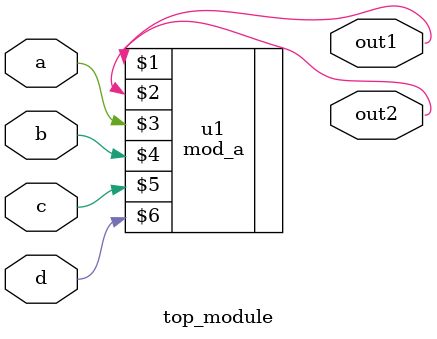
<source format=v>
module top_module (
    input a,
    input b,
    input c,
    input d,
    output out1,
    output out2
);

    mod_a u1(out1,out2,a,b,c,d);

endmodule

// there is a module mod_a(output out1, output out2, input a, input b, input c,
// input d);


</source>
